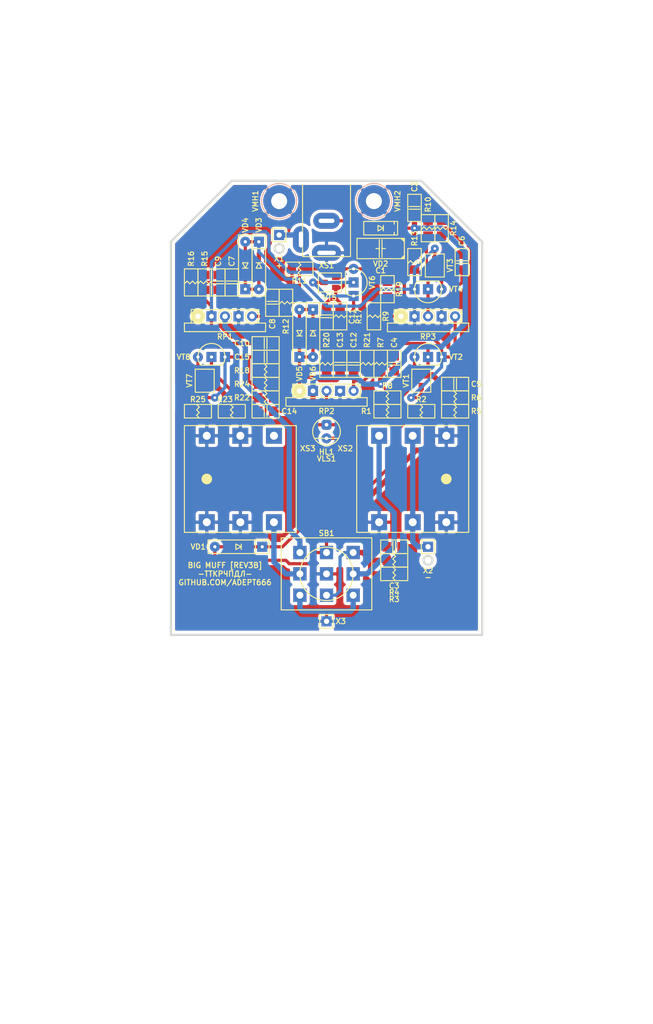
<source format=kicad_pcb>
(kicad_pcb (version 20171130) (host pcbnew 5.1.12-84ad8e8a86~92~ubuntu20.04.1)
  (title_block (title ТКП-1.30.B-3) (date 2025-05-05) (rev 3B) (company "Big Muff [REV3B] NYC SM") (comment 1 http://github.com/Adept666) (comment 2 "Igor Ivanov (Игорь Иванов)") (comment 3 -ТТКРЧПДЛ-) (comment 4 "This project is licensed under GNU General Public License v3.0 or later"))
  (layers (0 F.Cu signal) (31 B.Cu signal) (35 F.Paste user) (37 F.SilkS user) (38 B.Mask user) (39 F.Mask user) (44 Edge.Cuts user))
  (net 0 "")
  (net 1 COM)
  (net 2 "Net-(HL1-PadC)")
  (net 3 /LED)
  (net 4 "Net-(SB1-PadNC1)")
  (net 5 /IN-CON)
  (net 6 /OUT-CON)
  (net 7 /PP3-POS)
  (net 8 /PP3-NEG)
  (net 9 "Net-(C5-Pad2)")
  (net 10 "Net-(C6-Pad1)")
  (net 11 "Net-(C6-Pad2)")
  (net 12 "Net-(C7-Pad2)")
  (net 13 "Net-(C9-Pad2)")
  (net 14 "Net-(C10-Pad2)")
  (net 15 "Net-(C12-Pad2)")
  (net 16 "Net-(C13-Pad1)")
  (net 17 "Net-(C14-Pad1)")
  (net 18 "Net-(C15-Pad2)")
  (net 19 "Net-(C3-Pad1)")
  (net 20 V)
  (net 21 /IN-CIR)
  (net 22 /OUT-CIR)
  (net 23 "Net-(XS3-PadTN)")
  (net 24 "Net-(HL1-PadA)")
  (net 25 "Net-(R9-Pad2)")
  (net 26 "Net-(VD2-PadA)")
  (net 27 /1B)
  (net 28 /1C)
  (net 29 /2B)
  (net 30 /2C)
  (net 31 /3B)
  (net 32 /3C)
  (net 33 /4B)
  (net 34 /4C)
  (net 35 /1E)
  (net 36 /2E)
  (net 37 /3E)
  (net 38 /4E)
  (module SBEPL:ТКП-6.3.3.A1 (layer F.Cu) (at 105.41 148.59)
    (fp_text reference VE2 hide)
    (fp_text value ТКП-6.3.3.A1.A1.2-1.A1.00 hide)
  )
  (module SBEPL:ТКП-6.3.1.A2.A1.A (layer F.Cu) (at 105.41 148.59)
    (fp_text reference VE1 hide)
    (fp_text value ТКП-6.3.1.A2.A1.A.1-1 hide)
  )
  (module SBKCL-TH-ML:P-SOD-123-OR-DO-35-V2 (layer F.Cu) (at 88.9 162.56)
    (fp_text reference VD1 (at -6.0325 0) (layer F.SilkS) (effects (font (thickness 0.2)) (justify right)))
    (fp_text value X)
    (pad A smd rect (at -1.7 0) (size 1.6 0.8) (layers F.Cu F.Paste F.Mask) (net 3 /LED))
    (pad C smd rect (at 1.7 0) (size 1.6 0.8) (layers F.Cu F.Paste F.Mask) (net 24 "Net-(HL1-PadA)"))
    (pad A thru_hole circle (at -4.445 0) (size 1.9 1.9) (drill 0.6) (layers *.Cu *.Mask) (net 3 /LED))
    (pad C thru_hole rect (at 4.445 0) (size 1.9 1.9) (drill 0.6) (layers *.Cu *.Mask) (net 24 "Net-(HL1-PadA)"))
  )
  (module KCL-SM:R-SM-1206 (layer F.Cu) (at 116.84 137.16 180)
    (fp_text reference R1 (at 2.8575 0 180) (layer F.SilkS) (effects (font (thickness 0.2)) (justify right)))
    (fp_text value 0)
    (pad 1 smd rect (at -1.4 0 180) (size 1.6 1.8) (layers F.Cu F.Paste F.Mask) (net 20 V))
    (pad 2 smd rect (at 1.4 0 180) (size 1.6 1.8) (layers F.Cu F.Paste F.Mask) (net 24 "Net-(HL1-PadA)"))
  )
  (module SBKCL-TH-ML:RPB-18-1x17-1.6-PNL-7.4-2.8 (layer F.Cu) (at 124.46 108.15)
    (fp_text reference RP3 (at 0 15.04) (layer F.SilkS) (effects (font (thickness 0.2))))
    (fp_text value A100K)
    (pad 3 thru_hole circle (at 5.08 11.23) (size 1.9 1.9) (drill 1) (layers *.Cu *.Mask) (net 9 "Net-(C5-Pad2)"))
    (pad NC2 thru_hole rect (at 2.54 11.23) (size 1.9 1.9) (drill 0.9) (layers *.Cu *.Mask) (net 1 COM))
    (pad 2 thru_hole circle (at 0 11.23) (size 1.9 1.9) (drill 1) (layers *.Cu *.Mask) (net 10 "Net-(C6-Pad1)"))
    (pad NC1 thru_hole rect (at -2.54 11.23) (size 1.9 1.9) (drill 0.9) (layers *.Cu *.Mask) (net 1 COM))
    (pad 1 thru_hole circle (at -5.08 11.23) (size 1.9 1.9) (drill 1) (layers *.Cu *.Mask) (net 25 "Net-(R9-Pad2)"))
  )
  (module SBKCL-TH-ML:RPB-18-1x17-1.6-PNL-7.4-2.8 (layer F.Cu) (at 105.41 122.12)
    (fp_text reference RP2 (at 0 15.04) (layer F.SilkS) (effects (font (thickness 0.2))))
    (fp_text value B100K)
    (pad 3 thru_hole circle (at 5.08 11.23) (size 1.9 1.9) (drill 1) (layers *.Cu *.Mask) (net 15 "Net-(C12-Pad2)"))
    (pad NC2 thru_hole rect (at 2.54 11.23) (size 1.9 1.9) (drill 0.9) (layers *.Cu *.Mask) (net 1 COM))
    (pad 2 thru_hole circle (at 0 11.23) (size 1.9 1.9) (drill 1) (layers *.Cu *.Mask) (net 17 "Net-(C14-Pad1)"))
    (pad NC1 thru_hole rect (at -2.54 11.23) (size 1.9 1.9) (drill 0.9) (layers *.Cu *.Mask) (net 20 V))
    (pad 1 thru_hole circle (at -5.08 11.23) (size 1.9 1.9) (drill 1) (layers *.Cu *.Mask) (net 16 "Net-(C13-Pad1)"))
  )
  (module SBKCL-TH-ML:RPB-18-1x17-1.6-PNL-7.4-2.8 (layer F.Cu) (at 86.36 108.15)
    (fp_text reference RP1 (at 0 15.04) (layer F.SilkS) (effects (font (thickness 0.2))))
    (fp_text value A100K)
    (pad 3 thru_hole circle (at 5.08 11.23) (size 1.9 1.9) (drill 1) (layers *.Cu *.Mask) (net 18 "Net-(C15-Pad2)"))
    (pad NC2 thru_hole rect (at 2.54 11.23) (size 1.9 1.9) (drill 0.9) (layers *.Cu *.Mask) (net 1 COM))
    (pad 2 thru_hole circle (at 0 11.23) (size 1.9 1.9) (drill 1) (layers *.Cu *.Mask) (net 22 /OUT-CIR))
    (pad NC1 thru_hole rect (at -2.54 11.23) (size 1.9 1.9) (drill 0.9) (layers *.Cu *.Mask) (net 31 /3B))
    (pad 1 thru_hole circle (at -5.08 11.23) (size 1.9 1.9) (drill 1) (layers *.Cu *.Mask) (net 1 COM))
  )
  (module KCL-VIRTUAL:VFM-1.0-3.0-SL (layer F.Cu) (at 128.27 172.72)
    (fp_text reference VFM3 hide)
    (fp_text value 1.0 hide)
    (pad "" smd circle (at 0 0) (size 1 1) (layers F.Cu F.Mask) (clearance 1.1))
  )
  (module KCL-VIRTUAL:VFM-1.0-3.0-SL (layer F.Cu) (at 82.55 172.72)
    (fp_text reference VFM2 hide)
    (fp_text value 1.0 hide)
    (pad "" smd circle (at 0 0) (size 1 1) (layers F.Cu F.Mask) (clearance 1.1))
  )
  (module KCL-VIRTUAL:VFM-1.0-3.0-SL (layer F.Cu) (at 82.55 104.14)
    (fp_text reference VFM1 hide)
    (fp_text value 1.0 hide)
    (pad "" smd circle (at 0 0) (size 1 1) (layers F.Cu F.Mask) (clearance 1.1))
  )
  (module KCL-SM:P-SOT-23-B-E-C (layer F.Cu) (at 82.55 131.445 180)
    (fp_text reference VT7 (at 2.8575 0 270) (layer F.SilkS) (effects (font (thickness 0.2))))
    (fp_text value 5088)
    (pad C smd rect (at 0 -1.1 180) (size 1 1.4) (layers F.Cu F.Paste F.Mask) (net 34 /4C))
    (pad E smd rect (at 0.95 1.1 180) (size 1 1.4) (layers F.Cu F.Paste F.Mask) (net 38 /4E))
    (pad B smd rect (at -0.95 1.1 180) (size 1 1.4) (layers F.Cu F.Paste F.Mask) (net 33 /4B))
  )
  (module KCL-SM:P-SOT-23-B-E-C (layer F.Cu) (at 106.045 113.03 90)
    (fp_text reference VT5 (at -2.8575 0 180) (layer F.SilkS) (effects (font (thickness 0.2))))
    (fp_text value 5088)
    (pad C smd rect (at 0 -1.1 90) (size 1 1.4) (layers F.Cu F.Paste F.Mask) (net 32 /3C))
    (pad E smd rect (at 0.95 1.1 90) (size 1 1.4) (layers F.Cu F.Paste F.Mask) (net 37 /3E))
    (pad B smd rect (at -0.95 1.1 90) (size 1 1.4) (layers F.Cu F.Paste F.Mask) (net 31 /3B))
  )
  (module KCL-SM:P-SOT-23-B-E-C (layer F.Cu) (at 125.73 109.855)
    (fp_text reference VT3 (at 2.8575 0 90) (layer F.SilkS) (effects (font (thickness 0.2))))
    (fp_text value 5088)
    (pad B smd rect (at -0.95 1.1) (size 1 1.4) (layers F.Cu F.Paste F.Mask) (net 29 /2B))
    (pad E smd rect (at 0.95 1.1) (size 1 1.4) (layers F.Cu F.Paste F.Mask) (net 36 /2E))
    (pad C smd rect (at 0 -1.1) (size 1 1.4) (layers F.Cu F.Paste F.Mask) (net 30 /2C))
  )
  (module KCL-SM:P-SOT-23-B-E-C (layer F.Cu) (at 123.19 131.445 180)
    (fp_text reference VT1 (at 2.8575 0 270) (layer F.SilkS) (effects (font (thickness 0.2))))
    (fp_text value 5088)
    (pad C smd rect (at 0 -1.1 180) (size 1 1.4) (layers F.Cu F.Paste F.Mask) (net 28 /1C))
    (pad E smd rect (at 0.95 1.1 180) (size 1 1.4) (layers F.Cu F.Paste F.Mask) (net 35 /1E))
    (pad B smd rect (at -0.95 1.1 180) (size 1 1.4) (layers F.Cu F.Paste F.Mask) (net 27 /1B))
  )
  (module KCL-TH-ML:P-TO-92-E-B-C (layer F.Cu) (at 110.49 113.03 270)
    (fp_text reference VT6 (at 0 -3.4925 270) (layer F.SilkS) (effects (font (thickness 0.2))))
    (fp_text value 5088)
    (pad C thru_hole rect (at 2.54 0 270) (size 1.9 1.9) (drill 0.6) (layers *.Cu *.Mask) (net 32 /3C))
    (pad B thru_hole rect (at 0 0 270) (size 1.9 1.9) (drill 0.6) (layers *.Cu *.Mask) (net 31 /3B))
    (pad E thru_hole circle (at -2.54 0 270) (size 1.9 1.9) (drill 0.6) (layers *.Cu *.Mask) (net 37 /3E))
  )
  (module KCL-TH-ML:P-TO-92-E-B-C (layer F.Cu) (at 124.46 114.3 180)
    (fp_text reference VT4 (at -3.81 0 180) (layer F.SilkS) (effects (font (thickness 0.2)) (justify left)))
    (fp_text value 5088)
    (pad C thru_hole rect (at 2.54 0 180) (size 1.9 1.9) (drill 0.6) (layers *.Cu *.Mask) (net 30 /2C))
    (pad B thru_hole rect (at 0 0 180) (size 1.9 1.9) (drill 0.6) (layers *.Cu *.Mask) (net 29 /2B))
    (pad E thru_hole circle (at -2.54 0 180) (size 1.9 1.9) (drill 0.6) (layers *.Cu *.Mask) (net 36 /2E))
  )
  (module KCL-TH-ML:P-TO-92-E-B-C (layer F.Cu) (at 124.46 127)
    (fp_text reference VT2 (at 3.81 0) (layer F.SilkS) (effects (font (thickness 0.2)) (justify left)))
    (fp_text value 5088)
    (pad C thru_hole rect (at 2.54 0) (size 1.9 1.9) (drill 0.6) (layers *.Cu *.Mask) (net 28 /1C))
    (pad B thru_hole rect (at 0 0) (size 1.9 1.9) (drill 0.6) (layers *.Cu *.Mask) (net 27 /1B))
    (pad E thru_hole circle (at -2.54 0) (size 1.9 1.9) (drill 0.6) (layers *.Cu *.Mask) (net 35 /1E))
  )
  (module KCL-TH-ML:P-TO-92-E-B-C (layer F.Cu) (at 83.82 127)
    (fp_text reference VT8 (at -3.81 0) (layer F.SilkS) (effects (font (thickness 0.2)) (justify right)))
    (fp_text value 5088)
    (pad C thru_hole rect (at 2.54 0) (size 1.9 1.9) (drill 0.6) (layers *.Cu *.Mask) (net 34 /4C))
    (pad B thru_hole rect (at 0 0) (size 1.9 1.9) (drill 0.6) (layers *.Cu *.Mask) (net 33 /4B))
    (pad E thru_hole circle (at -2.54 0) (size 1.9 1.9) (drill 0.6) (layers *.Cu *.Mask) (net 38 /4E))
  )
  (module KCL-SM:C-SM-1206 (layer F.Cu) (at 85.09 113.03 270)
    (fp_text reference C9 (at -2.8575 0 270) (layer F.SilkS) (effects (font (thickness 0.2)) (justify left)))
    (fp_text value 105)
    (pad 1 smd rect (at -1.4 0 270) (size 1.6 1.8) (layers F.Cu F.Paste F.Mask) (net 30 /2C))
    (pad 2 smd rect (at 1.4 0 270) (size 1.6 1.8) (layers F.Cu F.Paste F.Mask) (net 13 "Net-(C9-Pad2)"))
  )
  (module KCL-SM:C-SM-1206 (layer F.Cu) (at 93.98 124.46)
    (fp_text reference C10 (at -2.8575 0) (layer F.SilkS) (effects (font (thickness 0.2)) (justify right)))
    (fp_text value 105)
    (pad 1 smd rect (at -1.4 0) (size 1.6 1.8) (layers F.Cu F.Paste F.Mask) (net 31 /3B))
    (pad 2 smd rect (at 1.4 0) (size 1.6 1.8) (layers F.Cu F.Paste F.Mask) (net 14 "Net-(C10-Pad2)"))
  )
  (module KCL-SM:C-SM-1206 (layer F.Cu) (at 87.63 113.03 90)
    (fp_text reference C7 (at 2.8575 0 90) (layer F.SilkS) (effects (font (thickness 0.2)) (justify left)))
    (fp_text value 105)
    (pad 1 smd rect (at -1.4 0 90) (size 1.6 1.8) (layers F.Cu F.Paste F.Mask) (net 29 /2B))
    (pad 2 smd rect (at 1.4 0 90) (size 1.6 1.8) (layers F.Cu F.Paste F.Mask) (net 12 "Net-(C7-Pad2)"))
  )
  (module KCL-SM:C-SM-1206 (layer F.Cu) (at 121.92 99.06 90)
    (fp_text reference C2 (at 2.8575 0 90) (layer F.SilkS) (effects (font (thickness 0.2)) (justify left)))
    (fp_text value 104)
    (pad 2 smd rect (at 1.4 0 90) (size 1.6 1.8) (layers F.Cu F.Paste F.Mask) (net 1 COM))
    (pad 1 smd rect (at -1.4 0 90) (size 1.6 1.8) (layers F.Cu F.Paste F.Mask) (net 20 V))
  )
  (module KCL-SM:C-SM-1206 (layer F.Cu) (at 130.81 109.22 90)
    (fp_text reference C6 (at 2.8575 0 90) (layer F.SilkS) (effects (font (thickness 0.2)) (justify left)))
    (fp_text value 105)
    (pad 1 smd rect (at -1.4 0 90) (size 1.6 1.8) (layers F.Cu F.Paste F.Mask) (net 10 "Net-(C6-Pad1)"))
    (pad 2 smd rect (at 1.4 0 90) (size 1.6 1.8) (layers F.Cu F.Paste F.Mask) (net 11 "Net-(C6-Pad2)"))
  )
  (module KCL-SM:C-SM-1206 (layer F.Cu) (at 107.95 128.27 90)
    (fp_text reference C13 (at 2.8575 0 90) (layer F.SilkS) (effects (font (thickness 0.2)) (justify left)))
    (fp_text value 103)
    (pad 1 smd rect (at -1.4 0 90) (size 1.6 1.8) (layers F.Cu F.Paste F.Mask) (net 16 "Net-(C13-Pad1)"))
    (pad 2 smd rect (at 1.4 0 90) (size 1.6 1.8) (layers F.Cu F.Paste F.Mask) (net 1 COM))
  )
  (module KCL-SM:C-SM-1206 (layer F.Cu) (at 110.49 128.27 270)
    (fp_text reference C12 (at -2.8575 0 270) (layer F.SilkS) (effects (font (thickness 0.2)) (justify left)))
    (fp_text value 392)
    (pad 1 smd rect (at -1.4 0 270) (size 1.6 1.8) (layers F.Cu F.Paste F.Mask) (net 32 /3C))
    (pad 2 smd rect (at 1.4 0 270) (size 1.6 1.8) (layers F.Cu F.Paste F.Mask) (net 15 "Net-(C12-Pad2)"))
  )
  (module KCL-SM:C-SM-1206 (layer F.Cu) (at 129.54 132.08)
    (fp_text reference C5 (at 2.8575 0) (layer F.SilkS) (effects (font (thickness 0.2)) (justify left)))
    (fp_text value 105)
    (pad 2 smd rect (at 1.4 0) (size 1.6 1.8) (layers F.Cu F.Paste F.Mask) (net 9 "Net-(C5-Pad2)"))
    (pad 1 smd rect (at -1.4 0) (size 1.6 1.8) (layers F.Cu F.Paste F.Mask) (net 28 /1C))
  )
  (module KCL-SM:C-SM-1206 (layer F.Cu) (at 93.98 127)
    (fp_text reference C15 (at -2.8575 0) (layer F.SilkS) (effects (font (thickness 0.2)) (justify right)))
    (fp_text value 105)
    (pad 1 smd rect (at -1.4 0) (size 1.6 1.8) (layers F.Cu F.Paste F.Mask) (net 34 /4C))
    (pad 2 smd rect (at 1.4 0) (size 1.6 1.8) (layers F.Cu F.Paste F.Mask) (net 18 "Net-(C15-Pad2)"))
  )
  (module KCL-SM:C-SM-1206 (layer F.Cu) (at 93.98 137.16 180)
    (fp_text reference C14 (at -2.8575 0 180) (layer F.SilkS) (effects (font (thickness 0.2)) (justify left)))
    (fp_text value 105)
    (pad 1 smd rect (at -1.4 0 180) (size 1.6 1.8) (layers F.Cu F.Paste F.Mask) (net 17 "Net-(C14-Pad1)"))
    (pad 2 smd rect (at 1.4 0 180) (size 1.6 1.8) (layers F.Cu F.Paste F.Mask) (net 33 /4B))
  )
  (module KCL-SM:C-SM-1206 (layer F.Cu) (at 118.11 162.56 180)
    (fp_text reference C3 (at 0 -7.3025 180) (layer F.SilkS) (effects (font (thickness 0.2))))
    (fp_text value 105)
    (pad 2 smd rect (at 1.4 0 180) (size 1.6 1.8) (layers F.Cu F.Paste F.Mask) (net 27 /1B))
    (pad 1 smd rect (at -1.4 0 180) (size 1.6 1.8) (layers F.Cu F.Paste F.Mask) (net 19 "Net-(C3-Pad1)"))
  )
  (module KCL-SM:R-SM-1206 (layer F.Cu) (at 118.11 167.64 180)
    (fp_text reference R3 (at 0 -4.7625 180) (layer F.SilkS) (effects (font (thickness 0.2))))
    (fp_text value 105)
    (pad 2 smd rect (at 1.4 0 180) (size 1.6 1.8) (layers F.Cu F.Paste F.Mask) (net 21 /IN-CIR))
    (pad 1 smd rect (at -1.4 0 180) (size 1.6 1.8) (layers F.Cu F.Paste F.Mask) (net 1 COM))
  )
  (module KCL-SM:CP-CTSMD-C (layer F.Cu) (at 115.57 106.68 180)
    (fp_text reference C1 (at 0 -4.1275 180) (layer F.SilkS) (effects (font (thickness 0.2))))
    (fp_text value 106)
    (pad - smd rect (at 2.5 0 180) (size 2.6 2.2) (layers F.Cu F.Paste F.Mask) (net 1 COM))
    (pad + smd rect (at -2.5 0 180) (size 2.6 2.2) (layers F.Cu F.Paste F.Mask) (net 20 V))
  )
  (module KCL-SM:P-SOD-123 (layer F.Cu) (at 115.57 102.87)
    (fp_text reference VD2 (at 0 6.6675) (layer F.SilkS) (effects (font (thickness 0.2))))
    (fp_text value 0520)
    (pad C smd rect (at 1.7 0) (size 1.6 0.8) (layers F.Cu F.Paste F.Mask) (net 20 V))
    (pad A smd rect (at -1.7 0) (size 1.6 0.8) (layers F.Cu F.Paste F.Mask) (net 26 "Net-(VD2-PadA)"))
  )
  (module SBKCL-TH-ML:P-SOD-123-OR-DO-35-V2 (layer F.Cu) (at 100.33 122.555 270)
    (fp_text reference VD5 (at 6.0325 0 270) (layer F.SilkS) (effects (font (thickness 0.2)) (justify right)))
    (fp_text value 6263)
    (pad C thru_hole rect (at 4.445 0 270) (size 1.9 1.9) (drill 0.6) (layers *.Cu *.Mask) (net 32 /3C))
    (pad A thru_hole circle (at -4.445 0 270) (size 1.9 1.9) (drill 0.6) (layers *.Cu *.Mask) (net 14 "Net-(C10-Pad2)"))
    (pad C smd rect (at 1.7 0 270) (size 1.6 0.8) (layers F.Cu F.Paste F.Mask) (net 32 /3C))
    (pad A smd rect (at -1.7 0 270) (size 1.6 0.8) (layers F.Cu F.Paste F.Mask) (net 14 "Net-(C10-Pad2)"))
  )
  (module SBKCL-TH-ML:P-SOD-123-OR-DO-35-V2 (layer F.Cu) (at 102.87 122.555 90)
    (fp_text reference VD6 (at -6.0325 0 90) (layer F.SilkS) (effects (font (thickness 0.2)) (justify right)))
    (fp_text value 6263)
    (pad C thru_hole rect (at 4.445 0 90) (size 1.9 1.9) (drill 0.6) (layers *.Cu *.Mask) (net 14 "Net-(C10-Pad2)"))
    (pad A thru_hole circle (at -4.445 0 90) (size 1.9 1.9) (drill 0.6) (layers *.Cu *.Mask) (net 32 /3C))
    (pad C smd rect (at 1.7 0 90) (size 1.6 0.8) (layers F.Cu F.Paste F.Mask) (net 14 "Net-(C10-Pad2)"))
    (pad A smd rect (at -1.7 0 90) (size 1.6 0.8) (layers F.Cu F.Paste F.Mask) (net 32 /3C))
  )
  (module SBKCL-TH-ML:P-SOD-123-OR-DO-35-V2 (layer F.Cu) (at 90.17 109.855 270)
    (fp_text reference VD4 (at -6.0325 0 270) (layer F.SilkS) (effects (font (thickness 0.2)) (justify left)))
    (fp_text value 6263)
    (pad C thru_hole rect (at 4.445 0 270) (size 1.9 1.9) (drill 0.6) (layers *.Cu *.Mask) (net 12 "Net-(C7-Pad2)"))
    (pad A thru_hole circle (at -4.445 0 270) (size 1.9 1.9) (drill 0.6) (layers *.Cu *.Mask) (net 30 /2C))
    (pad C smd rect (at 1.7 0 270) (size 1.6 0.8) (layers F.Cu F.Paste F.Mask) (net 12 "Net-(C7-Pad2)"))
    (pad A smd rect (at -1.7 0 270) (size 1.6 0.8) (layers F.Cu F.Paste F.Mask) (net 30 /2C))
  )
  (module SBKCL-TH-ML:P-SOD-123-OR-DO-35-V2 (layer F.Cu) (at 92.71 109.855 90)
    (fp_text reference VD3 (at 6.0325 0 90) (layer F.SilkS) (effects (font (thickness 0.2)) (justify left)))
    (fp_text value 6263)
    (pad C thru_hole rect (at 4.445 0 90) (size 1.9 1.9) (drill 0.6) (layers *.Cu *.Mask) (net 30 /2C))
    (pad A thru_hole circle (at -4.445 0 90) (size 1.9 1.9) (drill 0.6) (layers *.Cu *.Mask) (net 12 "Net-(C7-Pad2)"))
    (pad C smd rect (at 1.7 0 90) (size 1.6 0.8) (layers F.Cu F.Paste F.Mask) (net 30 /2C))
    (pad A smd rect (at -1.7 0 90) (size 1.6 0.8) (layers F.Cu F.Paste F.Mask) (net 12 "Net-(C7-Pad2)"))
  )
  (module SBKCL-TH-ML:CON-PJ-644C-IN-OR-OUT (layer F.Cu) (at 132.08 149.86 90)
    (fp_text reference XS2 (at 5.715 -21.59 180) (layer F.SilkS) (effects (font (thickness 0.2)) (justify right)))
    (fp_text value PJ-644C)
    (pad TN thru_hole rect (at -8.1 -16.8 90) (size 3 3) (drill 1.5) (layers *.Cu *.Mask) (net 1 COM))
    (pad RN thru_hole rect (at -8.1 -10.5 90) (size 3 3) (drill 1.5) (layers *.Cu *.Mask) (net 8 /PP3-NEG))
    (pad SN thru_hole rect (at -8.1 -4.2 90) (size 3 3) (drill 1.5) (layers *.Cu *.Mask) (net 1 COM))
    (pad T thru_hole rect (at 8.1 -16.8 90) (size 3 3) (drill 1.5) (layers *.Cu *.Mask) (net 5 /IN-CON))
    (pad R thru_hole rect (at 8.1 -10.5 90) (size 3 3) (drill 1.5) (layers *.Cu *.Mask) (net 8 /PP3-NEG))
    (pad S thru_hole rect (at 8.1 -4.2 90) (size 3 3) (drill 1.5) (layers *.Cu *.Mask) (net 1 COM))
  )
  (module SBKCL-TH-ML:CON-PJ-644C-IN-OR-OUT (layer F.Cu) (at 78.74 149.86 270)
    (fp_text reference XS3 (at -5.715 -21.59) (layer F.SilkS) (effects (font (thickness 0.2)) (justify left)))
    (fp_text value PJ-644C)
    (pad TN thru_hole rect (at -8.1 -16.8 270) (size 3 3) (drill 1.5) (layers *.Cu *.Mask) (net 23 "Net-(XS3-PadTN)"))
    (pad RN thru_hole rect (at -8.1 -10.5 270) (size 3 3) (drill 1.5) (layers *.Cu *.Mask) (net 1 COM))
    (pad SN thru_hole rect (at -8.1 -4.2 270) (size 3 3) (drill 1.5) (layers *.Cu *.Mask) (net 1 COM))
    (pad T thru_hole rect (at 8.1 -16.8 270) (size 3 3) (drill 1.5) (layers *.Cu *.Mask) (net 6 /OUT-CON))
    (pad R thru_hole rect (at 8.1 -10.5 270) (size 3 3) (drill 1.5) (layers *.Cu *.Mask) (net 1 COM))
    (pad S thru_hole rect (at 8.1 -4.2 270) (size 3 3) (drill 1.5) (layers *.Cu *.Mask) (net 1 COM))
  )
  (module SBKCL-TH-ML:CON-DC-005-9V-OVAL (layer F.Cu) (at 105.41 93.98 180)
    (fp_text reference XS1 (at 0 -15.875 180) (layer F.SilkS) (effects (font (thickness 0.2))))
    (fp_text value DC-005)
    (pad C thru_hole oval (at 0 -13.5 180) (size 5.5 3) (drill oval 3.5 0.8) (layers *.Cu *.Mask) (net 1 COM))
    (pad SN thru_hole oval (at 4.8 -11 180) (size 3 5) (drill oval 0.8 3) (layers *.Cu *.Mask) (net 7 /PP3-POS))
    (pad S thru_hole oval (at 0 -7.5 180) (size 5 3) (drill oval 3 0.8) (layers *.Cu *.Mask) (net 26 "Net-(VD2-PadA)"))
  )
  (module KCL-TH-ML:LED-ROUND-05.0-UNI-SH-SPACER-PNL-5.3 (layer F.Cu) (at 105.41 140.97 90)
    (fp_text reference HL1 (at -3.81 0 180) (layer F.SilkS) (effects (font (thickness 0.2))))
    (fp_text value FYL-5013UWC)
    (pad C thru_hole circle (at -1.27 0 90) (size 1.9 1.9) (drill 0.7) (layers *.Cu *.Mask) (net 2 "Net-(HL1-PadC)"))
    (pad A thru_hole roundrect (at 1.27 0 90) (size 1.9 1.9) (drill 0.7) (layers *.Cu *.Mask) (roundrect_rratio 0.3) (net 24 "Net-(HL1-PadA)"))
  )
  (module KCL-VIRTUAL:VLS-BR-P (layer F.Cu) (at 105.41 140.97 90)
    (fp_text reference VLS1 (at -5.08 0 180) (layer F.SilkS) (effects (font (thickness 0.2))))
    (fp_text value BR-17.8)
  )
  (module KCL-TH-ML:SW-PBS-24-302SP-2.5-PNL-13.0 (layer F.Cu) (at 105.41 167.64)
    (fp_text reference SB1 (at 0 -7.62) (layer F.SilkS) (effects (font (thickness 0.2))))
    (fp_text value PBS-24-302SP)
    (pad COM3 thru_hole rect (at 5 0) (size 2.5 2.5) (drill 1.3) (layers *.Cu *.Mask) (net 5 /IN-CON))
    (pad NC3 thru_hole rect (at 5 4) (size 2.5 2.5) (drill 1.3) (layers *.Cu *.Mask) (net 4 "Net-(SB1-PadNC1)"))
    (pad NO3 thru_hole rect (at 5 -4) (size 2.5 2.5) (drill 1.3) (layers *.Cu *.Mask) (net 21 /IN-CIR))
    (pad COM2 thru_hole rect (at 0 0) (size 2.5 2.5) (drill 1.3) (layers *.Cu *.Mask) (net 1 COM))
    (pad NC2 thru_hole rect (at 0 4) (size 2.5 2.5) (drill 1.3) (layers *.Cu *.Mask) (net 21 /IN-CIR))
    (pad NO2 thru_hole rect (at 0 -4) (size 2.5 2.5) (drill 1.3) (layers *.Cu *.Mask) (net 3 /LED))
    (pad NO1 thru_hole rect (at -5 -4) (size 2.5 2.5) (drill 1.3) (layers *.Cu *.Mask) (net 22 /OUT-CIR))
    (pad COM1 thru_hole rect (at -5 0) (size 2.5 2.5) (drill 1.3) (layers *.Cu *.Mask) (net 6 /OUT-CON))
    (pad NC1 thru_hole rect (at -5 4) (size 2.5 2.5) (drill 1.3) (layers *.Cu *.Mask) (net 4 "Net-(SB1-PadNC1)"))
  )
  (module KCL-TH-ML:VMH-STA-DA5-PNL-3.0 (layer F.Cu) (at 114.3 97.79)
    (fp_text reference VMH2 (at 4.445 0 90) (layer F.SilkS) (effects (font (thickness 0.2))))
    (fp_text value DI5M3x20)
    (pad 0 thru_hole circle (at 0 0) (size 6 6) (drill 3) (layers *.Cu *.Mask) (net 1 COM))
  )
  (module KCL-TH-ML:VMH-STA-DA5-PNL-3.0 (layer F.Cu) (at 96.52 97.79)
    (fp_text reference VMH1 (at -4.445 0 90) (layer F.SilkS) (effects (font (thickness 0.2))))
    (fp_text value DI5M3x20)
    (pad 0 thru_hole circle (at 0 0) (size 6 6) (drill 3) (layers *.Cu *.Mask) (net 1 COM))
  )
  (module KCL-TH-ML:CON-PAD-S-1.0-1.9 (layer F.Cu) (at 124.46 162.56)
    (fp_text reference X2 (at 0 4.445) (layer F.SilkS) (effects (font (thickness 0.2))))
    (fp_text value X)
    (pad 1 thru_hole rect (at 0 0) (size 1.9 1.9) (drill 1) (layers *.Cu *.Mask) (net 8 /PP3-NEG))
  )
  (module KCL-TH-ML:CON-PAD-S-1.0-1.9 (layer F.Cu) (at 96.52 104.14)
    (fp_text reference X1 (at 0 4.445) (layer F.SilkS) (effects (font (thickness 0.2))))
    (fp_text value X)
    (pad 1 thru_hole rect (at 0 0) (size 1.9 1.9) (drill 1) (layers *.Cu *.Mask) (net 7 /PP3-POS))
  )
  (module KCL-TH-ML:CON-PAD-S-1.0-1.9 (layer F.Cu) (at 105.41 176.53)
    (fp_text reference X3 (at 1.5875 0) (layer F.SilkS) (effects (font (thickness 0.2)) (justify left)))
    (fp_text value X)
    (pad 1 thru_hole rect (at 0 0) (size 1.9 1.9) (drill 1) (layers *.Cu *.Mask) (net 1 COM))
  )
  (module KCL-VIRTUAL:B-PP3-HV (layer F.Cu) (at 105.41 187.96)
    (fp_text reference GB1 hide)
    (fp_text value X hide)
  )
  (module KCL-SM:C-SM-1206 (layer F.Cu) (at 95.25 116.84 90)
    (fp_text reference C8 (at -2.8575 0 90) (layer F.SilkS) (effects (font (thickness 0.2)) (justify right)))
    (fp_text value 471)
    (pad 2 smd rect (at 1.4 0 90) (size 1.6 1.8) (layers F.Cu F.Paste F.Mask) (net 30 /2C))
    (pad 1 smd rect (at -1.4 0 90) (size 1.6 1.8) (layers F.Cu F.Paste F.Mask) (net 29 /2B))
  )
  (module KCL-SM:C-SM-1206 (layer F.Cu) (at 105.41 119.38 270)
    (fp_text reference C11 (at 0 -4.7625 270) (layer F.SilkS) (effects (font (thickness 0.2))))
    (fp_text value 471)
    (pad 1 smd rect (at -1.4 0 270) (size 1.6 1.8) (layers F.Cu F.Paste F.Mask) (net 31 /3B))
    (pad 2 smd rect (at 1.4 0 270) (size 1.6 1.8) (layers F.Cu F.Paste F.Mask) (net 32 /3C))
  )
  (module KCL-SM:C-SM-1206 (layer F.Cu) (at 118.11 128.27 270)
    (fp_text reference C4 (at -2.8575 0 270) (layer F.SilkS) (effects (font (thickness 0.2)) (justify left)))
    (fp_text value 471)
    (pad 1 smd rect (at -1.4 0 270) (size 1.6 1.8) (layers F.Cu F.Paste F.Mask) (net 27 /1B))
    (pad 2 smd rect (at 1.4 0 270) (size 1.6 1.8) (layers F.Cu F.Paste F.Mask) (net 28 /1C))
  )
  (module KCL-SM:R-SM-1206 (layer F.Cu) (at 129.54 134.62)
    (fp_text reference R6 (at 2.8575 0) (layer F.SilkS) (effects (font (thickness 0.2)) (justify left)))
    (fp_text value 514)
    (pad 1 smd rect (at -1.4 0) (size 1.6 1.8) (layers F.Cu F.Paste F.Mask) (net 27 /1B))
    (pad 2 smd rect (at 1.4 0) (size 1.6 1.8) (layers F.Cu F.Paste F.Mask) (net 28 /1C))
  )
  (module KCL-SM:R-SM-1206 (layer F.Cu) (at 129.54 137.16 180)
    (fp_text reference R5 (at -2.8575 0 180) (layer F.SilkS) (effects (font (thickness 0.2)) (justify left)))
    (fp_text value 104)
    (pad 1 smd rect (at -1.4 0 180) (size 1.6 1.8) (layers F.Cu F.Paste F.Mask) (net 1 COM))
    (pad 2 smd rect (at 1.4 0 180) (size 1.6 1.8) (layers F.Cu F.Paste F.Mask) (net 27 /1B))
  )
  (module KCL-SM:R-SM-1206 (layer F.Cu) (at 118.11 165.1)
    (fp_text reference R4 (at 0 6.0325) (layer F.SilkS) (effects (font (thickness 0.2))))
    (fp_text value 393)
    (pad 2 smd rect (at 1.4 0) (size 1.6 1.8) (layers F.Cu F.Paste F.Mask) (net 19 "Net-(C3-Pad1)"))
    (pad 1 smd rect (at -1.4 0) (size 1.6 1.8) (layers F.Cu F.Paste F.Mask) (net 21 /IN-CIR))
  )
  (module KCL-SM:R-SM-1206 (layer F.Cu) (at 115.57 128.27 270)
    (fp_text reference R7 (at -2.8575 0 270) (layer F.SilkS) (effects (font (thickness 0.2)) (justify left)))
    (fp_text value 103)
    (pad 1 smd rect (at -1.4 0 270) (size 1.6 1.8) (layers F.Cu F.Paste F.Mask) (net 28 /1C))
    (pad 2 smd rect (at 1.4 0 270) (size 1.6 1.8) (layers F.Cu F.Paste F.Mask) (net 20 V))
  )
  (module KCL-SM:R-SM-1206 (layer F.Cu) (at 113.03 128.27 90)
    (fp_text reference R21 (at 2.8575 0 90) (layer F.SilkS) (effects (font (thickness 0.2)) (justify left)))
    (fp_text value 223)
    (pad 1 smd rect (at -1.4 0 90) (size 1.6 1.8) (layers F.Cu F.Paste F.Mask) (net 15 "Net-(C12-Pad2)"))
    (pad 2 smd rect (at 1.4 0 90) (size 1.6 1.8) (layers F.Cu F.Paste F.Mask) (net 1 COM))
  )
  (module KCL-SM:R-SM-1206 (layer F.Cu) (at 116.84 134.62)
    (fp_text reference R8 (at 0 -2.2225) (layer F.SilkS) (effects (font (thickness 0.2))))
    (fp_text value 101)
    (pad 2 smd rect (at 1.4 0) (size 1.6 1.8) (layers F.Cu F.Paste F.Mask) (net 35 /1E))
    (pad 1 smd rect (at -1.4 0) (size 1.6 1.8) (layers F.Cu F.Paste F.Mask) (net 1 COM))
  )
  (module KCL-SM:R-SM-1206 (layer F.Cu) (at 127 102.87 270)
    (fp_text reference R14 (at 0 -2.2225 270) (layer F.SilkS) (effects (font (thickness 0.2))))
    (fp_text value 391)
    (pad 2 smd rect (at 1.4 0 270) (size 1.6 1.8) (layers F.Cu F.Paste F.Mask) (net 36 /2E))
    (pad 1 smd rect (at -1.4 0 270) (size 1.6 1.8) (layers F.Cu F.Paste F.Mask) (net 1 COM))
  )
  (module KCL-SM:R-SM-1206 (layer F.Cu) (at 100.33 110.49)
    (fp_text reference R11 (at 0 2.2225) (layer F.SilkS) (effects (font (thickness 0.2))))
    (fp_text value 104)
    (pad 1 smd rect (at -1.4 0) (size 1.6 1.8) (layers F.Cu F.Paste F.Mask) (net 1 COM))
    (pad 2 smd rect (at 1.4 0) (size 1.6 1.8) (layers F.Cu F.Paste F.Mask) (net 29 /2B))
  )
  (module KCL-SM:R-SM-1206 (layer F.Cu) (at 124.46 102.87 270)
    (fp_text reference R10 (at -2.8575 0 270) (layer F.SilkS) (effects (font (thickness 0.2)) (justify left)))
    (fp_text value 103)
    (pad 2 smd rect (at 1.4 0 270) (size 1.6 1.8) (layers F.Cu F.Paste F.Mask) (net 29 /2B))
    (pad 1 smd rect (at -1.4 0 270) (size 1.6 1.8) (layers F.Cu F.Paste F.Mask) (net 11 "Net-(C6-Pad2)"))
  )
  (module KCL-SM:R-SM-1206 (layer F.Cu) (at 114.3 119.38 90)
    (fp_text reference R9 (at 0 2.2225 90) (layer F.SilkS) (effects (font (thickness 0.2))))
    (fp_text value 182)
    (pad 1 smd rect (at -1.4 0 90) (size 1.6 1.8) (layers F.Cu F.Paste F.Mask) (net 1 COM))
    (pad 2 smd rect (at 1.4 0 90) (size 1.6 1.8) (layers F.Cu F.Paste F.Mask) (net 25 "Net-(R9-Pad2)"))
  )
  (module KCL-SM:R-SM-1206 (layer F.Cu) (at 80.01 113.03 270)
    (fp_text reference R16 (at -2.8575 0 270) (layer F.SilkS) (effects (font (thickness 0.2)) (justify left)))
    (fp_text value 104)
    (pad 1 smd rect (at -1.4 0 270) (size 1.6 1.8) (layers F.Cu F.Paste F.Mask) (net 1 COM))
    (pad 2 smd rect (at 1.4 0 270) (size 1.6 1.8) (layers F.Cu F.Paste F.Mask) (net 31 /3B))
  )
  (module KCL-SM:R-SM-1206 (layer F.Cu) (at 116.84 114.3 90)
    (fp_text reference R19 (at 0 2.2225 90) (layer F.SilkS) (effects (font (thickness 0.2))))
    (fp_text value 391)
    (pad 1 smd rect (at -1.4 0 90) (size 1.6 1.8) (layers F.Cu F.Paste F.Mask) (net 1 COM))
    (pad 2 smd rect (at 1.4 0 90) (size 1.6 1.8) (layers F.Cu F.Paste F.Mask) (net 37 /3E))
  )
  (module KCL-SM:R-SM-1206 (layer F.Cu) (at 121.92 109.22 90)
    (fp_text reference R13 (at 2.8575 0 90) (layer F.SilkS) (effects (font (thickness 0.2)) (justify left)))
    (fp_text value 103)
    (pad 1 smd rect (at -1.4 0 90) (size 1.6 1.8) (layers F.Cu F.Paste F.Mask) (net 30 /2C))
    (pad 2 smd rect (at 1.4 0 90) (size 1.6 1.8) (layers F.Cu F.Paste F.Mask) (net 20 V))
  )
  (module KCL-SM:R-SM-1206 (layer F.Cu) (at 97.79 116.84 90)
    (fp_text reference R12 (at -2.8575 0 90) (layer F.SilkS) (effects (font (thickness 0.2)) (justify right)))
    (fp_text value 474)
    (pad 1 smd rect (at -1.4 0 90) (size 1.6 1.8) (layers F.Cu F.Paste F.Mask) (net 29 /2B))
    (pad 2 smd rect (at 1.4 0 90) (size 1.6 1.8) (layers F.Cu F.Paste F.Mask) (net 30 /2C))
  )
  (module KCL-SM:R-SM-1206 (layer F.Cu) (at 107.95 119.38 270)
    (fp_text reference R17 (at 0 -3.4925 270) (layer F.SilkS) (effects (font (thickness 0.2))))
    (fp_text value 474)
    (pad 1 smd rect (at -1.4 0 270) (size 1.6 1.8) (layers F.Cu F.Paste F.Mask) (net 31 /3B))
    (pad 2 smd rect (at 1.4 0 270) (size 1.6 1.8) (layers F.Cu F.Paste F.Mask) (net 32 /3C))
  )
  (module KCL-SM:R-SM-1206 (layer F.Cu) (at 82.55 113.03 270)
    (fp_text reference R15 (at -2.8575 0 270) (layer F.SilkS) (effects (font (thickness 0.2)) (justify left)))
    (fp_text value 103)
    (pad 2 smd rect (at 1.4 0 270) (size 1.6 1.8) (layers F.Cu F.Paste F.Mask) (net 31 /3B))
    (pad 1 smd rect (at -1.4 0 270) (size 1.6 1.8) (layers F.Cu F.Paste F.Mask) (net 13 "Net-(C9-Pad2)"))
  )
  (module KCL-SM:R-SM-1206 (layer F.Cu) (at 105.41 128.27 270)
    (fp_text reference R20 (at -2.8575 0 270) (layer F.SilkS) (effects (font (thickness 0.2)) (justify left)))
    (fp_text value 223)
    (pad 1 smd rect (at -1.4 0 270) (size 1.6 1.8) (layers F.Cu F.Paste F.Mask) (net 32 /3C))
    (pad 2 smd rect (at 1.4 0 270) (size 1.6 1.8) (layers F.Cu F.Paste F.Mask) (net 16 "Net-(C13-Pad1)"))
  )
  (module KCL-SM:R-SM-1206 (layer F.Cu) (at 93.98 129.54 180)
    (fp_text reference R18 (at 2.8575 0 180) (layer F.SilkS) (effects (font (thickness 0.2)) (justify right)))
    (fp_text value 103)
    (pad 1 smd rect (at -1.4 0 180) (size 1.6 1.8) (layers F.Cu F.Paste F.Mask) (net 32 /3C))
    (pad 2 smd rect (at 1.4 0 180) (size 1.6 1.8) (layers F.Cu F.Paste F.Mask) (net 20 V))
  )
  (module KCL-SM:R-SM-1206 (layer F.Cu) (at 93.98 132.08)
    (fp_text reference R24 (at -2.8575 0) (layer F.SilkS) (effects (font (thickness 0.2)) (justify right)))
    (fp_text value 103)
    (pad 1 smd rect (at -1.4 0) (size 1.6 1.8) (layers F.Cu F.Paste F.Mask) (net 34 /4C))
    (pad 2 smd rect (at 1.4 0) (size 1.6 1.8) (layers F.Cu F.Paste F.Mask) (net 20 V))
  )
  (module KCL-SM:R-SM-1206 (layer F.Cu) (at 93.98 134.62)
    (fp_text reference R22 (at -2.8575 0) (layer F.SilkS) (effects (font (thickness 0.2)) (justify right)))
    (fp_text value 474)
    (pad 1 smd rect (at -1.4 0) (size 1.6 1.8) (layers F.Cu F.Paste F.Mask) (net 33 /4B))
    (pad 2 smd rect (at 1.4 0) (size 1.6 1.8) (layers F.Cu F.Paste F.Mask) (net 20 V))
  )
  (module KCL-SM:R-SM-1206 (layer F.Cu) (at 87.63 137.16)
    (fp_text reference R23 (at -1.27 -2.2225) (layer F.SilkS) (effects (font (thickness 0.2))))
    (fp_text value 104)
    (pad 2 smd rect (at 1.4 0) (size 1.6 1.8) (layers F.Cu F.Paste F.Mask) (net 33 /4B))
    (pad 1 smd rect (at -1.4 0) (size 1.6 1.8) (layers F.Cu F.Paste F.Mask) (net 1 COM))
  )
  (module KCL-SM:R-SM-1206 (layer F.Cu) (at 81.28 137.16 180)
    (fp_text reference R25 (at 0 2.2225 180) (layer F.SilkS) (effects (font (thickness 0.2))))
    (fp_text value 202)
    (pad 2 smd rect (at 1.4 0 180) (size 1.6 1.8) (layers F.Cu F.Paste F.Mask) (net 38 /4E))
    (pad 1 smd rect (at -1.4 0 180) (size 1.6 1.8) (layers F.Cu F.Paste F.Mask) (net 1 COM))
  )
  (module KCL-SM:R-SM-1206 (layer F.Cu) (at 123.19 137.16 180)
    (fp_text reference R2 (at 0 2.2225 180) (layer F.SilkS) (effects (font (thickness 0.2))))
    (fp_text value 103)
    (pad 1 smd rect (at -1.4 0 180) (size 1.6 1.8) (layers F.Cu F.Paste F.Mask) (net 3 /LED))
    (pad 2 smd rect (at 1.4 0 180) (size 1.6 1.8) (layers F.Cu F.Paste F.Mask) (net 2 "Net-(HL1-PadC)"))
  )
  (gr_text - (at 124.46 168.275) (layer F.SilkS) (effects (font (size 1 1) (thickness 0.2))))
  (gr_text + (at 96.52 109.855) (layer F.SilkS) (effects (font (size 1 1) (thickness 0.2))))
  (gr_text "BIG MUFF [REV3B]\n-ТТКРЧПДЛ-\nGITHUB.COM/ADEPT666" (at 86.36 167.64) (layer F.SilkS) (effects (font (size 1 1) (thickness 0.2))))
  (gr_circle (center 124.46 165.1) (end 125.31 165.1) (layer Edge.Cuts) (width 0.4))
  (gr_circle (center 96.52 106.68) (end 97.37 106.68) (layer Edge.Cuts) (width 0.4))
  (gr_line (start 123.19 93.98) (end 134.62 105.41) (layer Edge.Cuts) (width 0.4))
  (gr_line (start 76.2 105.41) (end 87.63 93.98) (layer Edge.Cuts) (width 0.4))
  (gr_line (start 134.62 105.41) (end 134.62 179.07) (layer Edge.Cuts) (width 0.4))
  (gr_line (start 76.2 105.41) (end 76.2 179.07) (layer Edge.Cuts) (width 0.4))
  (gr_line (start 76.2 179.07) (end 134.62 179.07) (layer Edge.Cuts) (width 0.4))
  (gr_line (start 87.63 93.98) (end 123.19 93.98) (layer Edge.Cuts) (width 0.4))
  (segment (start 120.65 137.16) (end 121.79 137.16) (width 0.6) (layer F.Cu) (net 2))
  (segment (start 120.015 137.795) (end 120.65 137.16) (width 0.6) (layer F.Cu) (net 2))
  (segment (start 120.015 138.1125) (end 120.015 137.795) (width 0.6) (layer F.Cu) (net 2))
  (segment (start 119.0625 139.065) (end 120.015 138.1125) (width 0.6) (layer F.Cu) (net 2))
  (segment (start 113.665 139.065) (end 119.0625 139.065) (width 0.6) (layer F.Cu) (net 2))
  (segment (start 110.49 142.24) (end 113.665 139.065) (width 0.6) (layer F.Cu) (net 2))
  (segment (start 105.41 142.24) (end 110.49 142.24) (width 0.6) (layer F.Cu) (net 2))
  (segment (start 87.2 162.56) (end 84.455 162.56) (width 0.6) (layer F.Cu) (net 3))
  (segment (start 103.315 163.64) (end 105.41 163.64) (width 0.6) (layer F.Cu) (net 3))
  (segment (start 102.87 164.085) (end 103.315 163.64) (width 0.6) (layer F.Cu) (net 3))
  (segment (start 102.87 165.1) (end 102.87 164.085) (width 0.6) (layer F.Cu) (net 3))
  (segment (start 102.235 165.735) (end 102.87 165.1) (width 0.6) (layer F.Cu) (net 3))
  (segment (start 98.425 165.735) (end 102.235 165.735) (width 0.6) (layer F.Cu) (net 3))
  (segment (start 97.79 165.1) (end 98.425 165.735) (width 0.6) (layer F.Cu) (net 3))
  (segment (start 85.09 165.1) (end 97.79 165.1) (width 0.6) (layer F.Cu) (net 3))
  (segment (start 84.455 164.465) (end 85.09 165.1) (width 0.6) (layer F.Cu) (net 3))
  (segment (start 84.455 162.56) (end 84.455 164.465) (width 0.6) (layer F.Cu) (net 3))
  (segment (start 123.19 137.16) (end 124.59 137.16) (width 0.6) (layer F.Cu) (net 3))
  (segment (start 120.3325 139.065) (end 122.555 139.065) (width 0.6) (layer F.Cu) (net 3))
  (segment (start 118.745 140.6525) (end 120.3325 139.065) (width 0.6) (layer F.Cu) (net 3))
  (segment (start 123.19 138.43) (end 123.19 137.16) (width 0.6) (layer F.Cu) (net 3))
  (segment (start 118.745 146.05) (end 118.745 140.6525) (width 0.6) (layer F.Cu) (net 3))
  (segment (start 122.555 139.065) (end 123.19 138.43) (width 0.6) (layer F.Cu) (net 3))
  (segment (start 105.41 159.385) (end 118.745 146.05) (width 0.6) (layer F.Cu) (net 3))
  (segment (start 105.41 163.64) (end 105.41 159.385) (width 0.6) (layer F.Cu) (net 3))
  (segment (start 110.41 174.14) (end 110.41 171.64) (width 1) (layer B.Cu) (net 4))
  (segment (start 109.925 174.625) (end 110.41 174.14) (width 1) (layer B.Cu) (net 4))
  (segment (start 100.895 174.625) (end 109.925 174.625) (width 1) (layer B.Cu) (net 4))
  (segment (start 100.41 174.14) (end 100.895 174.625) (width 1) (layer B.Cu) (net 4))
  (segment (start 100.41 171.64) (end 100.41 174.14) (width 1) (layer B.Cu) (net 4))
  (segment (start 113.03 167.64) (end 110.41 167.64) (width 1) (layer B.Cu) (net 5))
  (segment (start 118.11 162.56) (end 113.03 167.64) (width 1) (layer B.Cu) (net 5))
  (segment (start 118.11 156.21) (end 118.11 162.56) (width 1) (layer B.Cu) (net 5))
  (segment (start 115.28 153.38) (end 118.11 156.21) (width 1) (layer B.Cu) (net 5))
  (segment (start 115.28 141.76) (end 115.28 153.38) (width 1) (layer B.Cu) (net 5))
  (segment (start 100.41 167.64) (end 97.79 167.64) (width 1) (layer B.Cu) (net 6))
  (segment (start 95.54 165.39) (end 97.79 167.64) (width 1) (layer B.Cu) (net 6))
  (segment (start 95.54 157.96) (end 95.54 165.39) (width 1) (layer B.Cu) (net 6))
  (segment (start 100.61 104.14) (end 96.52 104.14) (width 1) (layer B.Cu) (net 7))
  (segment (start 100.61 104.98) (end 100.61 104.14) (width 1) (layer B.Cu) (net 7))
  (segment (start 121.58 141.76) (end 121.58 157.96) (width 1) (layer B.Cu) (net 8))
  (segment (start 121.58 157.96) (end 121.58 161.585) (width 1) (layer B.Cu) (net 8))
  (segment (start 121.58 161.585) (end 122.555 162.56) (width 1) (layer B.Cu) (net 8))
  (segment (start 122.555 162.56) (end 124.46 162.56) (width 1) (layer B.Cu) (net 8))
  (segment (start 132.08 132.08) (end 130.94 132.08) (width 0.6) (layer F.Cu) (net 9))
  (segment (start 132.715 128.905) (end 132.715 131.445) (width 0.6) (layer F.Cu) (net 9))
  (segment (start 129.54 125.73) (end 132.715 128.905) (width 0.6) (layer F.Cu) (net 9))
  (segment (start 132.715 131.445) (end 132.08 132.08) (width 0.6) (layer F.Cu) (net 9))
  (segment (start 129.54 119.38) (end 129.54 125.73) (width 0.6) (layer F.Cu) (net 9))
  (segment (start 130.81 110.62) (end 130.81 113.03) (width 0.6) (layer F.Cu) (net 10))
  (segment (start 127.635 116.205) (end 125.73 116.205) (width 0.6) (layer F.Cu) (net 10))
  (segment (start 130.81 113.03) (end 127.635 116.205) (width 0.6) (layer F.Cu) (net 10))
  (segment (start 124.46 117.475) (end 124.46 119.38) (width 0.6) (layer F.Cu) (net 10))
  (segment (start 125.73 116.205) (end 124.46 117.475) (width 0.6) (layer F.Cu) (net 10))
  (segment (start 130.81 105.41) (end 130.81 107.82) (width 0.6) (layer F.Cu) (net 11))
  (segment (start 128.27 102.87) (end 130.81 105.41) (width 0.6) (layer F.Cu) (net 11))
  (segment (start 124.46 102.87) (end 128.27 102.87) (width 0.6) (layer F.Cu) (net 11))
  (segment (start 124.46 101.47) (end 124.46 102.87) (width 0.6) (layer F.Cu) (net 11))
  (segment (start 90.17 114.3) (end 92.71 114.3) (width 0.6) (layer F.Cu) (net 12))
  (segment (start 90.17 111.555) (end 90.17 114.3) (width 0.6) (layer F.Cu) (net 12))
  (segment (start 92.71 111.555) (end 92.71 114.3) (width 0.6) (layer F.Cu) (net 12))
  (segment (start 87.63 110.49) (end 88.265 109.855) (width 0.6) (layer F.Cu) (net 12))
  (segment (start 87.63 111.63) (end 87.63 110.49) (width 0.6) (layer F.Cu) (net 12))
  (segment (start 89.8525 109.855) (end 90.17 110.1725) (width 0.6) (layer F.Cu) (net 12))
  (segment (start 90.17 110.1725) (end 90.17 111.555) (width 0.6) (layer F.Cu) (net 12))
  (segment (start 88.265 109.855) (end 89.8525 109.855) (width 0.6) (layer F.Cu) (net 12))
  (segment (start 82.55 111.63) (end 82.55 113.03) (width 0.6) (layer F.Cu) (net 13))
  (segment (start 82.55 113.03) (end 85.09 113.03) (width 0.6) (layer F.Cu) (net 13))
  (segment (start 85.09 114.43) (end 85.09 113.03) (width 0.6) (layer F.Cu) (net 13))
  (segment (start 100.33 118.11) (end 102.87 118.11) (width 0.6) (layer F.Cu) (net 14))
  (segment (start 100.33 120.855) (end 100.33 118.11) (width 0.6) (layer F.Cu) (net 14))
  (segment (start 102.87 120.855) (end 102.87 118.11) (width 0.6) (layer F.Cu) (net 14))
  (segment (start 97.155 124.46) (end 95.38 124.46) (width 0.6) (layer F.Cu) (net 14))
  (segment (start 98.425 123.19) (end 97.155 124.46) (width 0.6) (layer F.Cu) (net 14))
  (segment (start 98.425 121.92) (end 98.425 123.19) (width 0.6) (layer F.Cu) (net 14))
  (segment (start 99.49 120.855) (end 98.425 121.92) (width 0.6) (layer F.Cu) (net 14))
  (segment (start 100.33 120.855) (end 99.49 120.855) (width 0.6) (layer F.Cu) (net 14))
  (segment (start 113.03 129.67) (end 113.03 130.81) (width 0.6) (layer F.Cu) (net 15))
  (segment (start 113.03 130.81) (end 112.395 131.445) (width 0.6) (layer F.Cu) (net 15))
  (segment (start 110.49 131.445) (end 112.395 131.445) (width 0.6) (layer F.Cu) (net 15))
  (segment (start 110.49 129.67) (end 110.49 131.445) (width 0.6) (layer F.Cu) (net 15))
  (segment (start 110.49 131.445) (end 110.49 133.35) (width 0.6) (layer F.Cu) (net 15))
  (segment (start 105.41 129.67) (end 105.41 131.445) (width 0.6) (layer F.Cu) (net 16))
  (segment (start 107.95 129.67) (end 107.95 130.81) (width 0.6) (layer F.Cu) (net 16))
  (segment (start 107.95 130.81) (end 107.315 131.445) (width 0.6) (layer F.Cu) (net 16))
  (segment (start 105.41 131.445) (end 107.315 131.445) (width 0.6) (layer F.Cu) (net 16))
  (segment (start 100.33 133.35) (end 100.33 131.445) (width 0.6) (layer F.Cu) (net 16))
  (segment (start 100.33 131.445) (end 100.965 130.81) (width 0.6) (layer F.Cu) (net 16))
  (segment (start 105.41 131.445) (end 104.14 131.445) (width 0.6) (layer F.Cu) (net 16))
  (segment (start 104.14 131.445) (end 103.505 130.81) (width 0.6) (layer F.Cu) (net 16))
  (segment (start 100.965 130.81) (end 103.505 130.81) (width 0.6) (layer F.Cu) (net 16))
  (segment (start 95.38 137.16) (end 102.87 137.16) (width 0.6) (layer F.Cu) (net 17))
  (segment (start 102.87 137.16) (end 104.14 135.89) (width 0.6) (layer F.Cu) (net 17))
  (segment (start 104.14 135.89) (end 104.775 135.89) (width 0.6) (layer F.Cu) (net 17))
  (segment (start 105.41 133.35) (end 105.41 135.255) (width 0.6) (layer F.Cu) (net 17))
  (segment (start 104.775 135.89) (end 105.41 135.255) (width 0.6) (layer F.Cu) (net 17))
  (segment (start 93.98 127) (end 95.38 127) (width 0.6) (layer F.Cu) (net 18))
  (segment (start 93.98 120.015) (end 93.98 127) (width 0.6) (layer F.Cu) (net 18))
  (segment (start 93.345 119.38) (end 93.98 120.015) (width 0.6) (layer F.Cu) (net 18))
  (segment (start 91.44 119.38) (end 93.345 119.38) (width 0.6) (layer F.Cu) (net 18))
  (segment (start 119.51 165.1) (end 121.285 165.1) (width 1) (layer F.Cu) (net 19))
  (segment (start 121.285 165.1) (end 121.92 164.465) (width 1) (layer F.Cu) (net 19))
  (segment (start 119.51 162.56) (end 121.285 162.56) (width 1) (layer F.Cu) (net 19))
  (segment (start 121.285 162.56) (end 121.92 163.195) (width 1) (layer F.Cu) (net 19))
  (segment (start 121.92 163.195) (end 121.92 164.465) (width 1) (layer F.Cu) (net 19))
  (segment (start 97.155 132.08) (end 97.79 132.715) (width 1) (layer F.Cu) (net 20))
  (via (at 121.92 102.87) (size 1.5) (drill 0.5) (layers F.Cu B.Cu) (net 20))
  (segment (start 115.57 129.67) (end 115.57 132.08) (width 1) (layer F.Cu) (net 20))
  (segment (start 95.38 134.62) (end 97.79 134.62) (width 1) (layer F.Cu) (net 20))
  (segment (start 102.87 133.35) (end 102.87 135.255) (width 1) (layer F.Cu) (net 20))
  (segment (start 102.87 135.255) (end 102.235 135.89) (width 1) (layer F.Cu) (net 20))
  (segment (start 97.79 134.62) (end 99.06 135.89) (width 1) (layer F.Cu) (net 20))
  (segment (start 99.06 135.89) (end 102.235 135.89) (width 1) (layer F.Cu) (net 20))
  (segment (start 97.79 132.715) (end 97.79 134.62) (width 1) (layer F.Cu) (net 20))
  (segment (start 95.38 132.08) (end 97.155 132.08) (width 1) (layer F.Cu) (net 20))
  (segment (start 92.58 129.54) (end 93.98 129.54) (width 0.6) (layer F.Cu) (net 20))
  (segment (start 93.98 129.54) (end 93.98 132.08) (width 0.6) (layer F.Cu) (net 20))
  (segment (start 95.38 132.08) (end 93.98 132.08) (width 0.6) (layer F.Cu) (net 20))
  (segment (start 117.27 102.87) (end 121.92 102.87) (width 0.6) (layer F.Cu) (net 20))
  (segment (start 121.92 100.46) (end 121.92 102.87) (width 1) (layer F.Cu) (net 20))
  (segment (start 118.07 106.68) (end 120.015 106.68) (width 1) (layer F.Cu) (net 20))
  (segment (start 120.015 106.68) (end 120.65 106.045) (width 1) (layer F.Cu) (net 20))
  (segment (start 120.65 106.045) (end 121.92 106.045) (width 1) (layer F.Cu) (net 20))
  (segment (start 121.92 106.045) (end 121.92 102.87) (width 1) (layer F.Cu) (net 20))
  (segment (start 121.92 107.82) (end 121.92 106.045) (width 1) (layer F.Cu) (net 20))
  (via (at 115.57 132.08) (size 1.5) (drill 0.5) (layers F.Cu B.Cu) (net 20))
  (segment (start 127 102.87) (end 121.92 102.87) (width 1) (layer B.Cu) (net 20))
  (segment (start 131.445 107.315) (end 127 102.87) (width 1) (layer B.Cu) (net 20))
  (segment (start 131.445 120.65) (end 131.445 107.315) (width 1) (layer B.Cu) (net 20))
  (segment (start 121.285 125.095) (end 127 125.095) (width 1) (layer B.Cu) (net 20))
  (segment (start 120.015 126.365) (end 121.285 125.095) (width 1) (layer B.Cu) (net 20))
  (segment (start 127 125.095) (end 131.445 120.65) (width 1) (layer B.Cu) (net 20))
  (segment (start 120.015 127.635) (end 120.015 126.365) (width 1) (layer B.Cu) (net 20))
  (segment (start 115.57 132.08) (end 120.015 127.635) (width 1) (layer B.Cu) (net 20))
  (segment (start 115.57 132.08) (end 116.84 133.35) (width 0.6) (layer F.Cu) (net 20))
  (segment (start 116.84 133.35) (end 116.84 137.16) (width 0.6) (layer F.Cu) (net 20))
  (segment (start 118.24 137.16) (end 116.84 137.16) (width 0.6) (layer F.Cu) (net 20))
  (segment (start 102.87 131.445) (end 103.505 130.81) (width 1) (layer B.Cu) (net 20))
  (segment (start 102.87 133.35) (end 102.87 131.445) (width 1) (layer B.Cu) (net 20))
  (segment (start 112.395 132.08) (end 111.125 130.81) (width 1) (layer B.Cu) (net 20))
  (segment (start 115.57 132.08) (end 112.395 132.08) (width 1) (layer B.Cu) (net 20))
  (segment (start 103.505 130.81) (end 111.125 130.81) (width 1) (layer B.Cu) (net 20))
  (segment (start 105.41 171.64) (end 107.125 171.64) (width 0.6) (layer B.Cu) (net 21))
  (segment (start 107.125 171.64) (end 107.95 170.815) (width 0.6) (layer B.Cu) (net 21))
  (segment (start 110.41 163.64) (end 108.775 163.64) (width 0.6) (layer B.Cu) (net 21))
  (segment (start 108.775 163.64) (end 107.95 164.465) (width 0.6) (layer B.Cu) (net 21))
  (segment (start 107.95 164.465) (end 107.95 170.815) (width 0.6) (layer B.Cu) (net 21))
  (segment (start 112.205 163.64) (end 113.665 165.1) (width 1) (layer F.Cu) (net 21))
  (segment (start 110.41 163.64) (end 112.205 163.64) (width 1) (layer F.Cu) (net 21))
  (segment (start 116.71 165.1) (end 113.665 165.1) (width 1) (layer F.Cu) (net 21))
  (segment (start 113.665 167.005) (end 113.665 165.1) (width 1) (layer F.Cu) (net 21))
  (segment (start 114.3 167.64) (end 113.665 167.005) (width 1) (layer F.Cu) (net 21))
  (segment (start 116.71 167.64) (end 114.3 167.64) (width 1) (layer F.Cu) (net 21))
  (segment (start 100.41 161.37) (end 100.41 163.64) (width 1) (layer B.Cu) (net 22))
  (segment (start 98.425 159.385) (end 100.41 161.37) (width 1) (layer B.Cu) (net 22))
  (segment (start 98.425 140.335) (end 98.425 159.385) (width 1) (layer B.Cu) (net 22))
  (segment (start 90.17 125.095) (end 90.17 132.08) (width 1) (layer B.Cu) (net 22))
  (segment (start 86.36 121.285) (end 90.17 125.095) (width 1) (layer B.Cu) (net 22))
  (segment (start 90.17 132.08) (end 98.425 140.335) (width 1) (layer B.Cu) (net 22))
  (segment (start 86.36 119.38) (end 86.36 121.285) (width 1) (layer B.Cu) (net 22))
  (segment (start 103.505 139.7) (end 105.41 139.7) (width 0.6) (layer F.Cu) (net 24))
  (segment (start 102.87 140.335) (end 103.505 139.7) (width 0.6) (layer F.Cu) (net 24))
  (segment (start 102.87 156.845) (end 102.87 140.335) (width 0.6) (layer F.Cu) (net 24))
  (segment (start 97.155 162.56) (end 102.87 156.845) (width 0.6) (layer F.Cu) (net 24))
  (segment (start 93.345 162.56) (end 97.155 162.56) (width 0.6) (layer F.Cu) (net 24))
  (segment (start 90.6 162.56) (end 93.345 162.56) (width 0.6) (layer F.Cu) (net 24))
  (segment (start 111.125 139.7) (end 105.41 139.7) (width 0.6) (layer F.Cu) (net 24))
  (segment (start 113.665 137.16) (end 111.125 139.7) (width 0.6) (layer F.Cu) (net 24))
  (segment (start 115.44 137.16) (end 113.665 137.16) (width 0.6) (layer F.Cu) (net 24))
  (segment (start 114.3 117.98) (end 114.3 119.38) (width 0.6) (layer F.Cu) (net 25))
  (segment (start 114.3 119.38) (end 119.38 119.38) (width 0.6) (layer F.Cu) (net 25))
  (segment (start 105.41 101.48) (end 110.37 101.48) (width 0.6) (layer F.Cu) (net 26))
  (segment (start 110.37 101.48) (end 111.76 102.87) (width 0.6) (layer F.Cu) (net 26))
  (segment (start 113.87 102.87) (end 111.76 102.87) (width 0.6) (layer F.Cu) (net 26))
  (segment (start 124.14 130.345) (end 124.14 129.225) (width 0.6) (layer F.Cu) (net 27))
  (segment (start 124.14 129.225) (end 124.46 128.905) (width 0.6) (layer F.Cu) (net 27))
  (segment (start 124.46 127) (end 124.46 128.905) (width 0.6) (layer F.Cu) (net 27))
  (segment (start 128.14 134.62) (end 126.365 134.62) (width 1) (layer F.Cu) (net 27))
  (segment (start 126.365 134.62) (end 126.365 137.16) (width 1) (layer F.Cu) (net 27))
  (segment (start 128.14 137.16) (end 126.365 137.16) (width 1) (layer F.Cu) (net 27))
  (segment (start 124.14 130.345) (end 125.265 130.345) (width 1) (layer F.Cu) (net 27))
  (segment (start 125.265 130.345) (end 126.365 131.445) (width 1) (layer F.Cu) (net 27))
  (segment (start 126.365 131.445) (end 126.365 134.62) (width 1) (layer F.Cu) (net 27))
  (segment (start 118.11 125.73) (end 119.38 124.46) (width 0.6) (layer F.Cu) (net 27))
  (segment (start 118.11 126.87) (end 118.11 125.73) (width 0.6) (layer F.Cu) (net 27))
  (segment (start 123.825 124.46) (end 119.38 124.46) (width 0.6) (layer F.Cu) (net 27))
  (segment (start 124.46 125.095) (end 123.825 124.46) (width 0.6) (layer F.Cu) (net 27))
  (segment (start 124.46 127) (end 124.46 125.095) (width 0.6) (layer F.Cu) (net 27))
  (segment (start 124.1425 143.8275) (end 124.1425 140.6525) (width 1) (layer F.Cu) (net 27))
  (segment (start 123.5075 144.4625) (end 124.1425 143.8275) (width 1) (layer F.Cu) (net 27))
  (segment (start 122.2375 144.4625) (end 123.5075 144.4625) (width 1) (layer F.Cu) (net 27))
  (segment (start 126.365 138.43) (end 126.365 137.16) (width 1) (layer F.Cu) (net 27))
  (segment (start 124.1425 140.6525) (end 126.365 138.43) (width 1) (layer F.Cu) (net 27))
  (segment (start 111.125 155.575) (end 122.2375 144.4625) (width 1) (layer F.Cu) (net 27))
  (segment (start 111.125 160.02) (end 111.125 155.575) (width 1) (layer F.Cu) (net 27))
  (segment (start 113.665 162.56) (end 111.125 160.02) (width 1) (layer F.Cu) (net 27))
  (segment (start 116.71 162.56) (end 113.665 162.56) (width 1) (layer F.Cu) (net 27))
  (segment (start 122.555 134.62) (end 121.285 134.62) (width 0.6) (layer F.Cu) (net 28))
  (via (at 121.285 134.62) (size 1.5) (drill 0.5) (layers F.Cu B.Cu) (net 28))
  (segment (start 123.19 132.545) (end 123.19 133.985) (width 0.6) (layer F.Cu) (net 28))
  (segment (start 123.19 133.985) (end 122.555 134.62) (width 0.6) (layer F.Cu) (net 28))
  (segment (start 130.94 134.62) (end 129.54 134.62) (width 0.6) (layer F.Cu) (net 28))
  (segment (start 128.14 132.08) (end 129.54 132.08) (width 0.6) (layer F.Cu) (net 28))
  (segment (start 129.54 132.08) (end 129.54 134.62) (width 0.6) (layer F.Cu) (net 28))
  (segment (start 129.54 127.635) (end 129.54 132.08) (width 0.6) (layer F.Cu) (net 28))
  (segment (start 128.905 127) (end 129.54 127.635) (width 0.6) (layer F.Cu) (net 28))
  (segment (start 127 127) (end 128.905 127) (width 0.6) (layer F.Cu) (net 28))
  (segment (start 115.57 126.87) (end 115.57 128.27) (width 0.6) (layer F.Cu) (net 28))
  (segment (start 115.57 128.27) (end 118.11 128.27) (width 0.6) (layer F.Cu) (net 28))
  (segment (start 118.11 129.67) (end 118.11 128.27) (width 0.6) (layer F.Cu) (net 28))
  (segment (start 115.57 125.73) (end 118.11 123.19) (width 0.6) (layer F.Cu) (net 28))
  (segment (start 115.57 126.87) (end 115.57 125.73) (width 0.6) (layer F.Cu) (net 28))
  (segment (start 125.095 123.19) (end 118.11 123.19) (width 0.6) (layer F.Cu) (net 28))
  (segment (start 127 125.095) (end 125.095 123.19) (width 0.6) (layer F.Cu) (net 28))
  (segment (start 127 127) (end 127 125.095) (width 0.6) (layer F.Cu) (net 28))
  (segment (start 121.285 134.62) (end 127 128.905) (width 0.6) (layer B.Cu) (net 28))
  (segment (start 127 127) (end 127 128.905) (width 0.6) (layer B.Cu) (net 28))
  (segment (start 124.78 110.955) (end 124.78 112.075) (width 0.6) (layer F.Cu) (net 29))
  (segment (start 124.46 114.3) (end 124.46 112.395) (width 0.6) (layer F.Cu) (net 29))
  (segment (start 124.78 112.075) (end 124.46 112.395) (width 0.6) (layer F.Cu) (net 29))
  (segment (start 95.25 118.24) (end 95.25 119.38) (width 0.6) (layer F.Cu) (net 29))
  (segment (start 95.25 119.38) (end 95.885 120.015) (width 0.6) (layer F.Cu) (net 29))
  (segment (start 97.79 118.24) (end 97.79 119.38) (width 0.6) (layer F.Cu) (net 29))
  (segment (start 97.79 119.38) (end 97.155 120.015) (width 0.6) (layer F.Cu) (net 29))
  (segment (start 95.885 120.015) (end 97.155 120.015) (width 0.6) (layer F.Cu) (net 29))
  (segment (start 95.25 118.24) (end 95.25 116.84) (width 0.6) (layer F.Cu) (net 29))
  (segment (start 97.79 118.24) (end 97.79 116.84) (width 0.6) (layer F.Cu) (net 29))
  (segment (start 101.73 110.49) (end 100.33 110.49) (width 0.6) (layer F.Cu) (net 29))
  (segment (start 99.06 116.84) (end 100.33 115.57) (width 0.6) (layer F.Cu) (net 29))
  (segment (start 100.33 115.57) (end 100.33 110.49) (width 0.6) (layer F.Cu) (net 29))
  (segment (start 97.79 116.84) (end 99.06 116.84) (width 0.6) (layer F.Cu) (net 29))
  (segment (start 124.46 105.41) (end 124.46 104.27) (width 0.6) (layer F.Cu) (net 29))
  (segment (start 124.78 110.955) (end 124.78 109.905002) (width 0.6) (layer F.Cu) (net 29))
  (segment (start 124.78 109.905002) (end 124.1425 109.267502) (width 0.6) (layer F.Cu) (net 29))
  (segment (start 124.1425 109.267502) (end 124.1425 105.7275) (width 0.6) (layer F.Cu) (net 29))
  (segment (start 124.1425 105.7275) (end 124.46 105.41) (width 0.6) (layer F.Cu) (net 29))
  (segment (start 88.9 116.84) (end 95.25 116.84) (width 0.6) (layer F.Cu) (net 29))
  (segment (start 87.63 115.57) (end 88.9 116.84) (width 0.6) (layer F.Cu) (net 29))
  (segment (start 87.63 114.43) (end 87.63 115.57) (width 0.6) (layer F.Cu) (net 29))
  (segment (start 123.19 116.84) (end 123.825 116.84) (width 0.6) (layer F.Cu) (net 29))
  (segment (start 120.65 116.205) (end 122.555 116.205) (width 0.6) (layer F.Cu) (net 29))
  (segment (start 120.015 115.57) (end 120.65 116.205) (width 0.6) (layer F.Cu) (net 29))
  (segment (start 120.015 113.03) (end 120.015 115.57) (width 0.6) (layer F.Cu) (net 29))
  (segment (start 116.205 109.22) (end 120.015 113.03) (width 0.6) (layer F.Cu) (net 29))
  (segment (start 124.46 116.205) (end 124.46 114.3) (width 0.6) (layer F.Cu) (net 29))
  (segment (start 112.395 109.22) (end 116.205 109.22) (width 0.6) (layer F.Cu) (net 29))
  (segment (start 123.825 116.84) (end 124.46 116.205) (width 0.6) (layer F.Cu) (net 29))
  (segment (start 109.22 108.585) (end 111.76 108.585) (width 0.6) (layer F.Cu) (net 29))
  (segment (start 122.555 116.205) (end 123.19 116.84) (width 0.6) (layer F.Cu) (net 29))
  (segment (start 111.76 108.585) (end 112.395 109.22) (width 0.6) (layer F.Cu) (net 29))
  (segment (start 107.315 110.49) (end 109.22 108.585) (width 0.6) (layer F.Cu) (net 29))
  (segment (start 101.73 110.49) (end 107.315 110.49) (width 0.6) (layer F.Cu) (net 29))
  (via (at 125.73 106.68) (size 1.5) (drill 0.5) (layers F.Cu B.Cu) (net 30))
  (segment (start 125.73 108.755) (end 125.73 106.68) (width 0.6) (layer F.Cu) (net 30))
  (segment (start 90.17 108.155) (end 90.17 105.41) (width 0.6) (layer F.Cu) (net 30))
  (segment (start 92.71 108.155) (end 92.71 105.41) (width 0.6) (layer F.Cu) (net 30))
  (segment (start 92.71 105.41) (end 90.17 105.41) (width 0.6) (layer F.Cu) (net 30))
  (segment (start 97.79 115.44) (end 97.79 114.3) (width 0.6) (layer F.Cu) (net 30))
  (segment (start 97.79 114.3) (end 97.155 113.665) (width 0.6) (layer F.Cu) (net 30))
  (segment (start 95.25 113.665) (end 97.155 113.665) (width 0.6) (layer F.Cu) (net 30))
  (segment (start 95.25 115.44) (end 95.25 113.665) (width 0.6) (layer F.Cu) (net 30))
  (segment (start 121.92 110.62) (end 121.92 114.3) (width 0.6) (layer F.Cu) (net 30))
  (segment (start 121.92 110.49) (end 125.73 106.68) (width 0.6) (layer B.Cu) (net 30))
  (segment (start 121.92 114.3) (end 121.92 110.49) (width 0.6) (layer B.Cu) (net 30))
  (segment (start 93.98 110.8075) (end 93.98 112.395) (width 0.6) (layer F.Cu) (net 30))
  (segment (start 92.71 109.5375) (end 93.98 110.8075) (width 0.6) (layer F.Cu) (net 30))
  (segment (start 93.98 112.395) (end 95.25 113.665) (width 0.6) (layer F.Cu) (net 30))
  (segment (start 92.71 108.155) (end 92.71 109.5375) (width 0.6) (layer F.Cu) (net 30))
  (segment (start 85.09 110.49) (end 85.09 111.63) (width 0.6) (layer F.Cu) (net 30))
  (segment (start 87.425 108.155) (end 85.09 110.49) (width 0.6) (layer F.Cu) (net 30))
  (segment (start 90.17 108.155) (end 87.425 108.155) (width 0.6) (layer F.Cu) (net 30))
  (segment (start 114.935 114.3) (end 121.92 114.3) (width 0.6) (layer B.Cu) (net 30))
  (segment (start 111.76 117.475) (end 114.935 114.3) (width 0.6) (layer B.Cu) (net 30))
  (segment (start 105.41 117.475) (end 111.76 117.475) (width 0.6) (layer B.Cu) (net 30))
  (segment (start 100.33 112.395) (end 105.41 117.475) (width 0.6) (layer B.Cu) (net 30))
  (segment (start 97.79 112.395) (end 100.33 112.395) (width 0.6) (layer B.Cu) (net 30))
  (segment (start 92.71 107.315) (end 97.79 112.395) (width 0.6) (layer B.Cu) (net 30))
  (segment (start 92.71 105.41) (end 92.71 107.315) (width 0.6) (layer B.Cu) (net 30))
  (segment (start 80.01 114.43) (end 80.01 115.57) (width 0.6) (layer F.Cu) (net 31))
  (segment (start 80.01 115.57) (end 80.645 116.205) (width 0.6) (layer F.Cu) (net 31))
  (segment (start 80.645 116.205) (end 82.55 116.205) (width 0.6) (layer F.Cu) (net 31))
  (segment (start 82.55 114.43) (end 82.55 116.205) (width 0.6) (layer F.Cu) (net 31))
  (segment (start 82.55 116.205) (end 83.82 117.475) (width 0.6) (layer F.Cu) (net 31))
  (segment (start 83.82 119.38) (end 83.82 121.285) (width 0.6) (layer F.Cu) (net 31))
  (segment (start 86.995 124.46) (end 83.82 121.285) (width 0.6) (layer F.Cu) (net 31))
  (segment (start 92.58 124.46) (end 86.995 124.46) (width 0.6) (layer F.Cu) (net 31))
  (segment (start 105.41 117.98) (end 105.41 116.84) (width 0.6) (layer F.Cu) (net 31))
  (segment (start 105.41 116.84) (end 106.045 116.205) (width 0.6) (layer F.Cu) (net 31))
  (segment (start 107.95 117.98) (end 107.95 116.84) (width 0.6) (layer F.Cu) (net 31))
  (segment (start 107.95 116.84) (end 107.315 116.205) (width 0.6) (layer F.Cu) (net 31))
  (segment (start 107.145 113.98) (end 107.145 115.4) (width 0.6) (layer F.Cu) (net 31))
  (segment (start 107.315 115.57) (end 107.315 116.205) (width 0.6) (layer F.Cu) (net 31))
  (segment (start 107.145 115.4) (end 107.315 115.57) (width 0.6) (layer F.Cu) (net 31))
  (segment (start 106.045 116.205) (end 107.315 116.205) (width 0.6) (layer F.Cu) (net 31))
  (segment (start 107.145 113.98) (end 108.27 113.98) (width 0.6) (layer F.Cu) (net 31))
  (segment (start 108.27 113.98) (end 108.585 113.665) (width 0.6) (layer F.Cu) (net 31))
  (segment (start 110.49 113.03) (end 108.9025 113.03) (width 0.6) (layer F.Cu) (net 31))
  (segment (start 108.9025 113.03) (end 108.585 113.3475) (width 0.6) (layer F.Cu) (net 31))
  (segment (start 108.585 113.3475) (end 108.585 113.665) (width 0.6) (layer F.Cu) (net 31))
  (segment (start 83.82 119.38) (end 83.82 117.475) (width 0.6) (layer F.Cu) (net 31))
  (segment (start 89.535 103.505) (end 83.82 109.22) (width 0.6) (layer B.Cu) (net 31))
  (segment (start 93.98 103.505) (end 89.535 103.505) (width 0.6) (layer B.Cu) (net 31))
  (segment (start 94.615 104.14) (end 93.98 103.505) (width 0.6) (layer B.Cu) (net 31))
  (segment (start 94.615 107.315) (end 94.615 104.14) (width 0.6) (layer B.Cu) (net 31))
  (segment (start 102.87 111.125) (end 98.425 111.125) (width 0.6) (layer B.Cu) (net 31))
  (segment (start 98.425 111.125) (end 94.615 107.315) (width 0.6) (layer B.Cu) (net 31))
  (segment (start 104.775 113.03) (end 102.87 111.125) (width 0.6) (layer B.Cu) (net 31))
  (segment (start 110.49 113.03) (end 104.775 113.03) (width 0.6) (layer B.Cu) (net 31))
  (segment (start 83.82 109.22) (end 83.82 119.38) (width 0.6) (layer B.Cu) (net 31))
  (segment (start 104.945 113.03) (end 102.87 113.03) (width 0.6) (layer F.Cu) (net 32))
  (via (at 102.87 113.03) (size 1.5) (drill 0.5) (layers F.Cu B.Cu) (net 32))
  (segment (start 100.33 124.255) (end 100.33 127) (width 0.6) (layer F.Cu) (net 32))
  (segment (start 102.87 124.255) (end 102.87 127) (width 0.6) (layer F.Cu) (net 32))
  (segment (start 100.33 127) (end 102.87 127) (width 0.6) (layer F.Cu) (net 32))
  (segment (start 105.41 126.87) (end 105.41 128.27) (width 0.6) (layer F.Cu) (net 32))
  (segment (start 110.49 126.87) (end 110.49 128.27) (width 0.6) (layer F.Cu) (net 32))
  (segment (start 105.41 128.27) (end 110.49 128.27) (width 0.6) (layer F.Cu) (net 32))
  (segment (start 107.95 120.78) (end 107.95 121.92) (width 0.6) (layer F.Cu) (net 32))
  (segment (start 107.95 121.92) (end 107.315 122.555) (width 0.6) (layer F.Cu) (net 32))
  (segment (start 105.41 120.78) (end 105.41 122.555) (width 0.6) (layer F.Cu) (net 32))
  (segment (start 105.41 122.555) (end 107.315 122.555) (width 0.6) (layer F.Cu) (net 32))
  (segment (start 107.95 119.38) (end 107.95 120.78) (width 0.6) (layer F.Cu) (net 32))
  (segment (start 109.22 119.38) (end 107.95 119.38) (width 0.6) (layer F.Cu) (net 32))
  (segment (start 110.49 118.11) (end 109.22 119.38) (width 0.6) (layer F.Cu) (net 32))
  (segment (start 110.49 115.57) (end 110.49 118.11) (width 0.6) (layer F.Cu) (net 32))
  (segment (start 105.41 115.57) (end 102.87 113.03) (width 0.6) (layer B.Cu) (net 32))
  (segment (start 110.49 115.57) (end 105.41 115.57) (width 0.6) (layer B.Cu) (net 32))
  (segment (start 102.87 124.255) (end 105.41 124.255) (width 0.6) (layer F.Cu) (net 32))
  (segment (start 105.41 126.87) (end 105.41 124.255) (width 0.6) (layer F.Cu) (net 32))
  (segment (start 105.41 124.255) (end 105.41 122.555) (width 0.6) (layer F.Cu) (net 32))
  (segment (start 100.33 127) (end 100.33 128.905) (width 0.6) (layer F.Cu) (net 32))
  (segment (start 100.33 128.905) (end 99.695 129.54) (width 0.6) (layer F.Cu) (net 32))
  (segment (start 95.38 129.54) (end 99.695 129.54) (width 0.6) (layer F.Cu) (net 32))
  (segment (start 83.5 129.225) (end 83.82 128.905) (width 0.6) (layer F.Cu) (net 33))
  (segment (start 83.82 127) (end 83.82 128.905) (width 0.6) (layer F.Cu) (net 33))
  (segment (start 83.5 130.345) (end 83.5 129.225) (width 0.6) (layer F.Cu) (net 33))
  (segment (start 89.03 137.16) (end 90.805 137.16) (width 0.6) (layer F.Cu) (net 33))
  (segment (start 92.58 137.16) (end 90.805 137.16) (width 0.6) (layer F.Cu) (net 33))
  (segment (start 92.58 134.62) (end 93.98 134.62) (width 0.6) (layer F.Cu) (net 33))
  (segment (start 93.98 134.62) (end 93.98 137.16) (width 0.6) (layer F.Cu) (net 33))
  (segment (start 92.58 137.16) (end 93.98 137.16) (width 0.6) (layer F.Cu) (net 33))
  (segment (start 84.625 130.345) (end 83.5 130.345) (width 0.6) (layer F.Cu) (net 33))
  (segment (start 88.9 134.62) (end 84.625 130.345) (width 0.6) (layer F.Cu) (net 33))
  (segment (start 92.58 134.62) (end 88.9 134.62) (width 0.6) (layer F.Cu) (net 33))
  (via (at 84.455 134.62) (size 1.5) (drill 0.5) (layers F.Cu B.Cu) (net 34))
  (segment (start 83.185 134.62) (end 84.455 134.62) (width 0.6) (layer F.Cu) (net 34))
  (segment (start 82.55 133.985) (end 83.185 134.62) (width 0.6) (layer F.Cu) (net 34))
  (segment (start 82.55 132.545) (end 82.55 133.985) (width 0.6) (layer F.Cu) (net 34))
  (segment (start 84.455 134.62) (end 86.36 132.715) (width 0.6) (layer B.Cu) (net 34))
  (segment (start 86.36 132.715) (end 86.36 127) (width 0.6) (layer B.Cu) (net 34))
  (segment (start 91.44 132.08) (end 90.805 131.445) (width 0.6) (layer F.Cu) (net 34))
  (segment (start 92.58 132.08) (end 91.44 132.08) (width 0.6) (layer F.Cu) (net 34))
  (segment (start 90.805 131.445) (end 90.805 127) (width 0.6) (layer F.Cu) (net 34))
  (segment (start 90.805 127) (end 86.36 127) (width 0.6) (layer F.Cu) (net 34))
  (segment (start 92.58 127) (end 90.805 127) (width 0.6) (layer F.Cu) (net 34))
  (segment (start 122.24 130.345) (end 122.24 129.225) (width 0.6) (layer F.Cu) (net 35))
  (segment (start 122.24 129.225) (end 121.92 128.905) (width 0.6) (layer F.Cu) (net 35))
  (segment (start 121.92 127) (end 121.92 128.905) (width 0.6) (layer F.Cu) (net 35))
  (segment (start 120.65 130.81) (end 120.65 133.35) (width 0.6) (layer F.Cu) (net 35))
  (segment (start 121.115 130.345) (end 120.65 130.81) (width 0.6) (layer F.Cu) (net 35))
  (segment (start 122.24 130.345) (end 121.115 130.345) (width 0.6) (layer F.Cu) (net 35))
  (segment (start 119.38 134.62) (end 120.65 133.35) (width 0.6) (layer F.Cu) (net 35))
  (segment (start 118.24 134.62) (end 119.38 134.62) (width 0.6) (layer F.Cu) (net 35))
  (segment (start 126.68 110.955) (end 126.68 109.905002) (width 0.6) (layer F.Cu) (net 36))
  (segment (start 127 105.41) (end 127 104.27) (width 0.6) (layer F.Cu) (net 36))
  (segment (start 127.3175 105.7275) (end 127 105.41) (width 0.6) (layer F.Cu) (net 36))
  (segment (start 127.3175 109.267502) (end 127.3175 105.7275) (width 0.6) (layer F.Cu) (net 36))
  (segment (start 126.68 109.905002) (end 127.3175 109.267502) (width 0.6) (layer F.Cu) (net 36))
  (segment (start 126.68 112.075) (end 127 112.395) (width 0.6) (layer F.Cu) (net 36))
  (segment (start 126.68 110.955) (end 126.68 112.075) (width 0.6) (layer F.Cu) (net 36))
  (segment (start 127 114.3) (end 127 112.395) (width 0.6) (layer F.Cu) (net 36))
  (segment (start 108.265 112.08) (end 107.145 112.08) (width 0.6) (layer F.Cu) (net 37))
  (segment (start 108.585 111.76) (end 108.265 112.08) (width 0.6) (layer F.Cu) (net 37))
  (segment (start 108.585 110.8075) (end 108.585 111.76) (width 0.6) (layer F.Cu) (net 37))
  (segment (start 108.9025 110.49) (end 108.585 110.8075) (width 0.6) (layer F.Cu) (net 37))
  (segment (start 110.49 110.49) (end 108.9025 110.49) (width 0.6) (layer F.Cu) (net 37))
  (segment (start 116.84 112.9) (end 116.84 111.76) (width 0.6) (layer F.Cu) (net 37))
  (segment (start 116.84 111.76) (end 115.57 110.49) (width 0.6) (layer F.Cu) (net 37))
  (segment (start 110.49 110.49) (end 115.57 110.49) (width 0.6) (layer F.Cu) (net 37))
  (segment (start 81.6 129.225) (end 81.28 128.905) (width 0.6) (layer F.Cu) (net 38))
  (segment (start 81.28 127) (end 81.28 128.905) (width 0.6) (layer F.Cu) (net 38))
  (segment (start 81.6 130.345) (end 81.6 129.225) (width 0.6) (layer F.Cu) (net 38))
  (segment (start 80.475 130.345) (end 78.105 132.715) (width 0.6) (layer F.Cu) (net 38))
  (segment (start 81.6 130.345) (end 80.475 130.345) (width 0.6) (layer F.Cu) (net 38))
  (segment (start 78.74 137.16) (end 78.105 136.525) (width 0.6) (layer F.Cu) (net 38))
  (segment (start 78.105 136.525) (end 78.105 132.715) (width 0.6) (layer F.Cu) (net 38))
  (segment (start 79.88 137.16) (end 78.74 137.16) (width 0.6) (layer F.Cu) (net 38))
  (zone (net 1) (net_name COM) (layer B.Cu) (connect_pads (clearance 0.6)) (min_thickness 0.5) (fill yes (arc_segments 32) (thermal_gap 0.6) (thermal_bridge_width 0.6))
    (polygon (pts (xy 74.93 92.71) (xy 135.89 92.71) (xy 135.89 180.34) (xy 74.93 180.34)))
  )
  (zone (net 1) (net_name COM) (layer F.Cu) (connect_pads (clearance 0.6)) (min_thickness 0.5) (fill yes (arc_segments 32) (thermal_gap 0.6) (thermal_bridge_width 0.6))
    (polygon (pts (xy 74.93 92.71) (xy 135.89 92.71) (xy 135.89 180.34) (xy 74.93 180.34)))
  )
  (zone (net 0) (net_name "") (layer F.Cu) (connect_pads (clearance 0.3)) (min_thickness 0.254)
    (keepout (tracks allowed) (vias allowed) (copperpour not_allowed))
    (fill (arc_segments 32) (thermal_gap 0.508) (thermal_bridge_width 0.508))
    (polygon (pts (xy 109.22 166.37) (xy 106.68 166.37) (xy 106.68 165.1) (xy 109.22 165.1)))
  )
  (zone (net 0) (net_name "") (layer F.Cu) (connect_pads (clearance 0.3)) (min_thickness 0.254)
    (keepout (tracks allowed) (vias allowed) (copperpour not_allowed))
    (fill (arc_segments 32) (thermal_gap 0.508) (thermal_bridge_width 0.508))
    (polygon (pts (xy 89.535 163.195) (xy 88.265 163.195) (xy 88.265 161.925) (xy 89.535 161.925)))
  )
)
</source>
